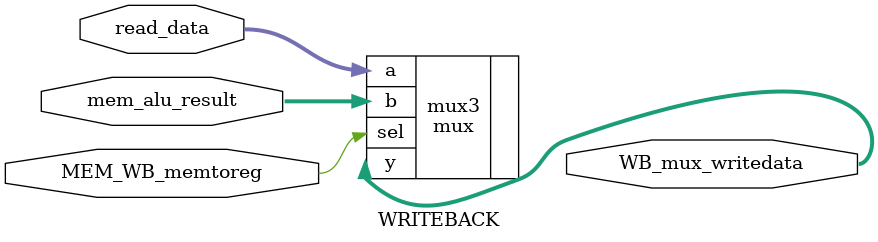
<source format=v>
/* WRITEBACK.v */
module WRITEBACK(
	input	wire MEM_WB_memtoreg,
	input	wire [31:0]	read_data, mem_alu_result,
	output wire [31:0] WB_mux_writedata
   );
	
	// instantiation
	mux mux3(
				// output
				.y(WB_mux_writedata),
				// inputs
				.sel(MEM_WB_memtoreg),
				.a(read_data),
				.b(mem_alu_result)						
	);
endmodule // WRITEBACK
</source>
